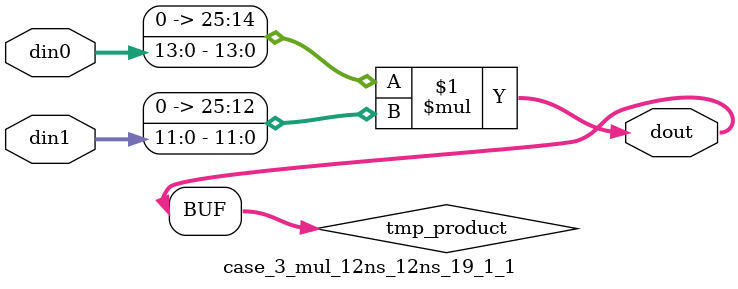
<source format=v>

`timescale 1 ns / 1 ps

 (* use_dsp = "no" *)  module case_3_mul_12ns_12ns_19_1_1(din0, din1, dout);
parameter ID = 1;
parameter NUM_STAGE = 0;
parameter din0_WIDTH = 14;
parameter din1_WIDTH = 12;
parameter dout_WIDTH = 26;

input [din0_WIDTH - 1 : 0] din0; 
input [din1_WIDTH - 1 : 0] din1; 
output [dout_WIDTH - 1 : 0] dout;

wire signed [dout_WIDTH - 1 : 0] tmp_product;
























assign tmp_product = $signed({1'b0, din0}) * $signed({1'b0, din1});











assign dout = tmp_product;





















endmodule

</source>
